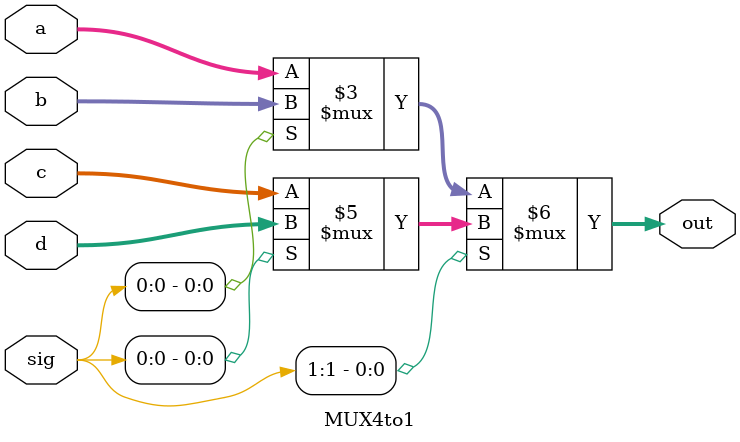
<source format=v>
module MUX2to1 (
	input [31:0] a, 
	input [31:0] b,
	input sig,	
	output [31:0] out
	);
	assign out = (sig == 1'b0) ? a : b;

endmodule

module MUX4to1 (
	input [31:0] a, 
	input [31:0] b,
	input [31:0] c,
	input [31:0] d,
	input [1:0] sig,	
	output [31:0] out
	);

	assign out = (sig[1] == 1'b0) ? ((sig[0] == 1'b0) ? a : b) : ((sig[0] == 1'b0) ? c : d);

endmodule

</source>
